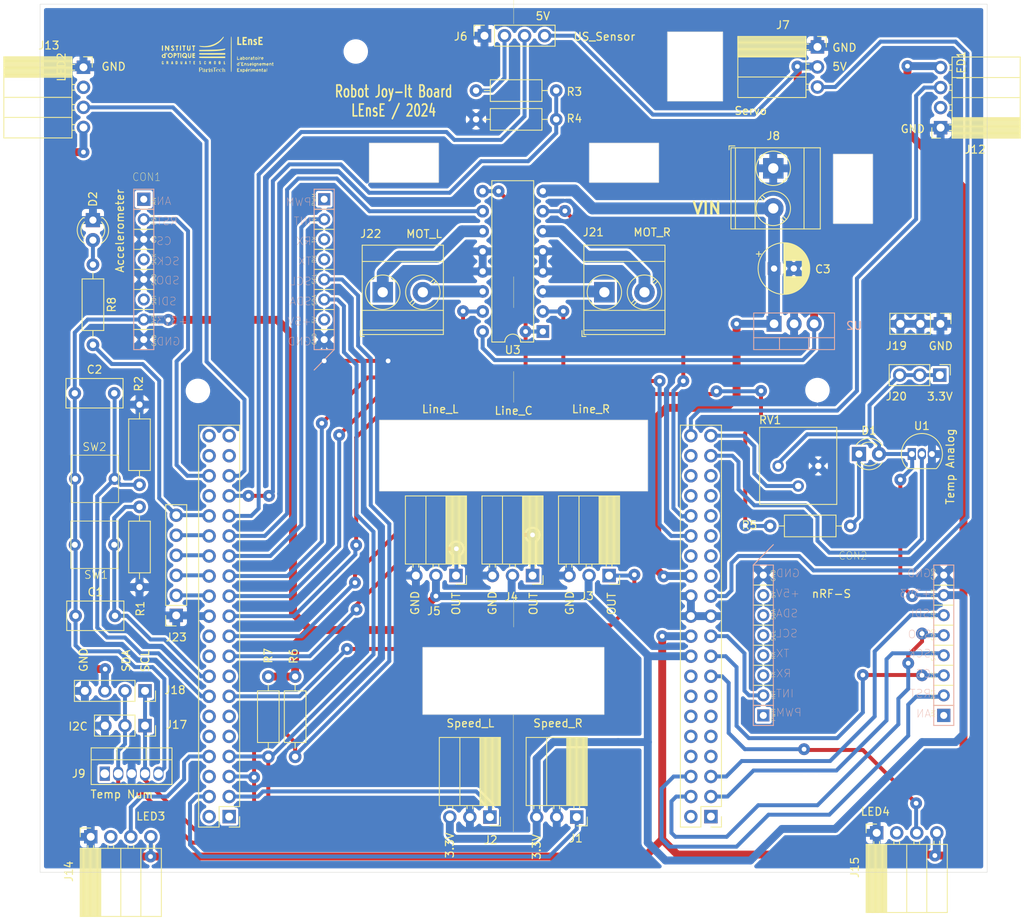
<source format=kicad_pcb>
(kicad_pcb (version 20240108) (generator "pcbnew") (generator_version "8.0")
  (layers (0 "F.Cu" signal) (31 "B.Cu" signal) (34 "B.Paste" user) (35 "F.Paste" user) (36 "B.SilkS" user "B.Silkscreen") (37 "F.SilkS" user "F.Silkscreen") (38 "B.Mask" user) (39 "F.Mask" user) (44 "Edge.Cuts" user))
  (net 0 "")
  (net 1 "GND")
  (net 2 "SW1_OUT")
  (net 3 "SW2_OUT")
  (net 4 "VIN")
  (net 5 "5V_NUC")
  (net 6 "nRF_CS")
  (net 9 "nRF_CE")
  (net 10 "nRF_INT")
  (net 14 "3.3V_NUC")
  (net 15 "SCK")
  (net 16 "MISO")
  (net 17 "MOSI")
  (net 18 "ADC_OUT")
  (net 19 "POT_OUT")
  (net 20 "SDA")
  (net 21 "USER_BUTTON")
  (net 22 "SCL")
  (net 23 "LED_OUT")
  (net 25 "Accel_INT")
  (net 26 "Accel_RESET")
  (net 31 "Speed_R")
  (net 32 "Speed_L")
  (net 33 "Line_R")
  (net 34 "Line_C")
  (net 35 "Line_L")
  (net 36 "US_echo")
  (net 37 "US_trig")
  (net 38 "Din_1")
  (net 39 "Din_2")
  (net 40 "Din_4")
  (net 41 "Servo")
  (net 42 "TEMP_OUT")
  (net 47 "Net-(D1-K)")
  (net 56 "MOT_EN")
  (net 57 "MOT_R_2")
  (net 58 "MOT_L_1")
  (net 59 "MOT_L_2")
  (net 60 "MOT_R_1")
  (net 61 "US_echo_in")
  (net 62 "Din_3")
  (net 63 "5V")
  (net 75 "Net-(J11-Pin_26)")
  (net 79 "Net-(J11-Pin_30)")
  (net 85 "Net-(J11-Pin_28)")
  (net 89 "Net-(D2-A)")
  (net 94 "Net-(J21-Pin_1)")
  (net 95 "Net-(J21-Pin_2)")
  (net 96 "Net-(J22-Pin_2)")
  (net 97 "Net-(J22-Pin_1)")
  (net 98 "Net-(J11-Pin_24)")
  (net 102 "LED_OUT2")
  (footprint "Connector_PinHeader_2.54mm:PinHeader_2x20_P2.54mm_Vertical" (layer "F.Cu") (at 208.5 143.44 180)
    (property "Reference" "J10" (hide yes))
    (property "Value" "Morpho_Gauche" (hide yes))
  )
  (footprint "Connector_PinHeader_2.54mm:PinHeader_2x20_P2.54mm_Vertical" (layer "F.Cu") (at 147.460001 143.44 180)
    (property "Reference" "J11" (hide yes))
    (property "Value" "Morpho_Droite" (hide yes))
  )
  (footprint "Connector_PinSocket_2.54mm:PinSocket_1x03_P2.54mm_Horizontal" (layer "F.Cu") (at 195.6 112.9 -90)
    (property "Reference" "J3")
    (property "Value" "Line_R")
  )
  (footprint "Resistor_THT:R_Axial_DIN0207_L6.3mm_D2.5mm_P10.16mm_Horizontal" (layer "F.Cu") (at 188.9 51.45 180)
    (property "Reference" "R3")
    (property "Value" "2.2k")
  )
  (footprint "Resistor_THT:R_Axial_DIN0207_L6.3mm_D2.5mm_P10.16mm_Horizontal" (layer "F.Cu") (at 136.1 101.4 90)
    (property "Reference" "R2")
    (property "Value" "8.2k")
  )
  (footprint "Connector_PinSocket_2.54mm:PinSocket_1x04_P2.54mm_Horizontal" (layer "F.Cu") (at 229.5 145.5 90)
    (property "Reference" "J15")
    (property "Value" "LED_4")
  )
  (footprint "Resistor_THT:R_Axial_DIN0207_L6.3mm_D2.5mm_P10.16mm_Horizontal" (layer "F.Cu") (at 178.74 55.1)
    (property "Reference" "R4")
    (property "Value" "3.3k")
  )
  (footprint "Connector_PinSocket_2.54mm:PinSocket_1x03_P2.54mm_Horizontal" (layer "F.Cu") (at 180.5 143.5 -90)
    (property "Reference" "J2")
    (property "Value" "Speed_L")
  )
  (footprint "Connector_PinSocket_2.54mm:PinSocket_1x04_P2.54mm_Horizontal" (layer "F.Cu") (at 237.6 56.15 180)
    (property "Reference" "J12")
    (property "Value" "LED_1")
  )
  (footprint "LED_THT:LED_D3.0mm_Clear" (layer "F.Cu") (at 227.26 97.5)
    (property "Reference" "D1")
    (property "Value" "LED")
  )
  (footprint "Potentiometer_THT:Potentiometer_Bourns_3386P_Vertical" (layer "F.Cu") (at 217.02 99.015 -90)
    (property "Reference" "RV1")
    (property "Value" "22k")
  )
  (footprint "LEnsE:Switch" (layer "F.Cu") (at 130.4 113.5)
    (property "Reference" "SW1")
    (property "Value" "SW_1")
  )
  (footprint "Package_TO_SOT_THT:TO-92_Inline" (layer "F.Cu") (at 233.96 97.5)
    (property "Reference" "U1")
    (property "Value" "MCP9700-Temp")
  )
  (footprint "Resistor_THT:R_Axial_DIN0207_L6.3mm_D2.5mm_P10.16mm_Horizontal" (layer "F.Cu") (at 152.420001 125.7 -90)
    (property "Reference" "R7")
    (property "Value" "680")
  )
  (footprint "Capacitor_THT:CP_Radial_D6.3mm_P2.50mm" (layer "F.Cu") (at 216.5 74)
    (property "Reference" "C3")
    (property "Value" "C_Polarized")
  )
  (footprint "Resistor_THT:R_Axial_DIN0207_L6.3mm_D2.5mm_P10.16mm_Horizontal" (layer "F.Cu") (at 226.16 106.615 180)
    (property "Reference" "R5")
    (property "Value" "100")
  )
  (footprint "Package_TO_SOT_THT:TO-220-5_Vertical" (layer "F.Cu") (at 131.7 138)
    (property "Reference" "J9")
    (property "Value" "TC74A2-TempI2C" (hide yes))
  )
  (footprint "" (layer "F.Cu") (at 143.5 89.5)
    (property "Reference" "")
    (property "Value" "")
  )
  (footprint "Resistor_THT:R_Axial_DIN0207_L6.3mm_D2.5mm_P10.16mm_Horizontal" (layer "F.Cu") (at 136.1 104.2 -90)
    (property "Reference" "R1")
    (property "Value" "8.2k")
  )
  (footprint "Connector_PinSocket_2.54mm:PinSocket_1x04_P2.54mm_Vertical" (layer "F.Cu") (at 136.8 127.51 -90)
    (property "Reference" "J18")
    (property "Value" "I2C_EXT")
  )
  (footprint "Resistor_THT:R_Axial_DIN0207_L6.3mm_D2.5mm_P10.16mm_Horizontal" (layer "F.Cu") (at 130.2 73.5 -90)
    (property "Reference" "R8")
    (property "Value" "100")
  )
  (footprint "Connector_PinSocket_2.54mm:PinSocket_1x04_P2.54mm_Vertical" (layer "F.Cu") (at 179.81 44.5 90)
    (property "Reference" "J6")
    (property "Value" "US_Sensor")
  )
  (footprint "Connector_PinSocket_2.54mm:PinSocket_1x03_P2.54mm_Vertical" (layer "F.Cu") (at 136.8 131.91 -90)
    (property "Reference" "J17")
    (property "Value" "I2C_Visu")
  )
  (footprint "Capacitor_THT:C_Rect_L7.0mm_W3.5mm_P5.00mm" (layer "F.Cu") (at 128 118)
    (property "Reference" "C1")
    (property "Value" "10nF")
  )
  (footprint "mikroE:MIKROBUS_MODULE_CONN" (layer "F.Cu") (at 136.64 65.22)
    (property "Reference" "CON1")
    (property "Value" "MikroE-Accelero" (hide yes))
  )
  (footprint "Capacitor_THT:C_Rect_L7.0mm_W3.5mm_P5.00mm" (layer "F.Cu") (at 127.9 89.8)
    (property "Reference" "C2")
    (property "Value" "10nF")
  )
  (footprint "Connector_PinSocket_2.54mm:PinSocket_1x06_P2.54mm_Vertical" (layer "F.Cu") (at 140.75 117.95 180)
    (property "Reference" "J23")
    (property "Value" "D_IN_OUT")
  )
  (footprint "mikroE:MIKROBUS_MODULE_CONN" (layer "F.Cu") (at 238 130.62 180)
    (property "Reference" "CON2")
    (property "Value" "MikroE-nRF-S-module" (hide yes))
  )
  (footprint "Connector_PinSocket_2.54mm:PinSocket_1x04_P2.54mm_Horizontal" (layer "F.Cu") (at 129.92 146 90)
    (property "Reference" "J14")
    (property "Value" "LED_3")
  )
  (footprint "TerminalBlock_Phoenix:TerminalBlock_Phoenix_MKDS-3-2-5.08_1x02_P5.08mm_Horizontal" (layer "F.Cu") (at 195 77)
    (property "Reference" "J21")
    (property "Value" "MOT_R")
  )
  (footprint "Package_DIP:DIP-16_W7.62mm" (layer "F.Cu") (at 187.2 81.98 180)
    (property "Reference" "U3")
    (property "Value" "SN754410NE")
  )
  (footprint "Connector_PinSocket_2.54mm:PinSocket_1x03_P2.54mm_Horizontal" (layer "F.Cu") (at 222 45.92)
    (property "Reference" "J7")
    (property "Value" "Servo")
  )
  (footprint "Connector_PinSocket_2.54mm:PinSocket_1x04_P2.54mm_Horizontal" (layer "F.Cu") (at 129 48.5)
    (property "Reference" "J13")
    (property "Value" "LED_2")
  )
  (footprint "Resistor_THT:R_Axial_DIN0207_L6.3mm_D2.5mm_P10.16mm_Horizontal" (layer "F.Cu") (at 155.820001 125.7 -90)
    (property "Reference" "R6")
    (property "Value" "680")
  )
  (footprint "LEnsE:Switch" (layer "F.Cu") (at 130.45 105.15)
    (property "Reference" "SW2")
    (property "Value" "SW_2")
  )
  (footprint "Connector_PinHeader_2.54mm:PinHeader_1x03_P2.54mm_Vertical" (layer "F.Cu") (at 237.58 81 -90)
    (property "Reference" "J19")
    (property "Value" "GND_reg")
  )
  (footprint "TerminalBlock_Phoenix:TerminalBlock_Phoenix_MKDS-3-2-5.08_1x02_P5.08mm_Horizontal" (layer "F.Cu") (at 216.4 61.3 -90)
    (property "Reference" "J8")
    (property "Value" "BAT_IN")
  )
  (footprint "MountingHole:MountingHole_2.2mm_M2" (layer "F.Cu") (at 222 89.4)
    (property "Reference" "REF**" (hide yes))
    (property "Value" "MountingHole_2.2mm_M2")
  )
  (footprint "Connector_PinHeader_2.54mm:PinHeader_1x03_P2.54mm_Vertical" (layer "F.Cu") (at 237.5 87.5 -90)
    (property "Reference" "J20")
    (property "Value" "3.3V_reg")
  )
  (footprint "LED_THT:LED_D3.0mm_Clear" (layer "F.Cu") (at 130.2 67.86 -90)
    (property "Reference" "D2")
    (property "Value" "LED")
  )
  (footprint "MountingHole:MountingHole_2.2mm_M2" (layer "F.Cu") (at 221.15 139.5)
    (property "Reference" "REF**" (hide yes))
    (property "Value" "MountingHole_2.2mm_M2")
  )
  (footprint "Connector_PinSocket_2.54mm:PinSocket_1x03_P2.54mm_Horizontal" (layer "F.Cu") (at 176.2 112.9 -90)
    (property "Reference" "J5")
    (property "Value" "Line_L")
  )
  (footprint "" (layer "F.Cu") (at 163.5 46.5)
    (property "Reference" "")
    (property "Value" "")
  )
  (footprint "Connector_PinSocket_2.54mm:PinSocket_1x03_P2.54mm_Horizontal" (layer "F.Cu") (at 191.5 143.5 -90)
    (property "Reference" "J1")
    (property "Value" "Speed_R")
  )
  (footprint "TerminalBlock_Phoenix:TerminalBlock_Phoenix_MKDS-3-2-5.08_1x02_P5.08mm_Horizontal" (layer "F.Cu") (at 166.92 77)
    (property "Reference" "J22")
    (property "Value" "MOT_L")
  )
  (footprint "LEnsE:Logo_Small" (layer "F.Cu") (at 146.021679 46.645746)
    (property "Reference" "G***" (hide yes))
    (property "Value" "LOGO" (hide yes))
  )
  (footprint "Connector_PinSocket_2.54mm:PinSocket_1x03_P2.54mm_Horizontal" (layer "F.Cu") (at 185.9 112.9 -90)
    (property "Reference" "J4")
    (property "Value" "Line_C")
  )
  (footprint "Package_TO_SOT_THT:TO-220-3_Vertical" (layer "B.Cu") (at 216.5 81)
    (property "Reference" "U2")
    (property "Value" "LM7805_TO220")
  )
  (gr_line (start 183.5 78.9625) (end 183.5 75.0375) (stroke (width 0.05)) (layer "F.SilkS"))
  (gr_line (start 183.5 90.9625) (end 183.5 87.0375) (stroke (width 0.05)) (layer "F.SilkS"))
  (gr_line (start 183.5 119.425) (end 183.5 115.5) (stroke (width 0.05)) (layer "F.SilkS"))
  (gr_line (start 183.475 145.35) (end 183.475 130.5) (stroke (width 0.05)) (layer "F.SilkS"))
  (gr_line (start 183.5 43) (end 183.5 40) (stroke (width 0.05)) (layer "F.SilkS"))
  (gr_rect (start 123.5 40.5) (end 243.5 150.5) (stroke (width 0.05)) (fill none) (layer "Edge.Cuts"))
  (gr_rect (start 224 59.5) (end 229 68.3) (stroke (width 0.05)) (fill none) (layer "Edge.Cuts"))
  (gr_rect (start 193.1 58.1) (end 201.9 63.1) (stroke (width 0.05)) (fill none) (layer "Edge.Cuts"))
  (gr_rect (start 203 44) (end 210 52.8) (stroke (width 0.05)) (fill none) (layer "Edge.Cuts"))
  (gr_rect (start 166.5 93.2) (end 200.5 102.2) (stroke (width 0.05)) (fill none) (layer "Edge.Cuts"))
  (gr_rect (start 171.975 122) (end 194.975 130.5) (stroke (width 0.05)) (fill none) (layer "Edge.Cuts"))
  (gr_rect (start 165.2 58.1) (end 174 63.1) (stroke (width 0.05)) (fill none) (layer "Edge.Cuts"))
  (gr_text "GND" (at 131.2 49 0) (layer "F.SilkS") (effects (font (size 1 1)) (justify left bottom)))
  (gr_text "OUT" (at 176.8 118 90) (layer "F.SilkS") (effects (font (size 1 1)) (justify left bottom)))
  (gr_text "SCL" (at 137.4 125.2 90) (layer "F.SilkS") (effects (font (size 1 1)) (justify left bottom)))
  (gr_text "GND" (at 129.6 125.2 90) (layer "F.SilkS") (effects (font (size 1 1)) (justify left bottom)))
  (gr_text "LED2" (at 126.8 50.4 90) (layer "F.SilkS") (effects (font (size 1 1)) (justify left bottom)))
  (gr_text "US_Sensor" (at 191 45.2 0) (layer "F.SilkS") (effects (font (size 1 1)) (justify left bottom)))
  (gr_text "VIN" (at 206 67.25 0) (layer "F.SilkS") (effects (font (size 1.5 1.5) (thickness 0.3) (bold yes)) (justify left bottom)))
  (gr_text "GND" (at 191.2 118 90) (layer "F.SilkS") (effects (font (size 1 1)) (justify left bottom)))
  (gr_text "3.3V" (at 235.8 90.8 0) (layer "F.SilkS") (effects (font (size 1 1)) (justify left bottom)))
  (gr_text "5V" (at 223.8 49 0) (layer "F.SilkS") (effects (font (size 1 1)) (justify left bottom)))
  (gr_text "LED4" (at 227.4 143.4 0) (layer "F.SilkS") (effects (font (size 1 1)) (justify left bottom)))
  (gr_text "Speed_R" (at 185.9 132.2 0) (layer "F.SilkS") (effects (font (size 1 1)) (justify left bottom)))
  (gr_text "LED1" (at 240.8 50.2 90) (layer "F.SilkS") (effects (font (size 1 1)) (justify left bottom)))
  (gr_text "Accelerometer" (at 134.2 74.6 90) (layer "F.SilkS") (effects (font (size 1 1)) (justify left bottom)))
  (gr_text "Speed_L" (at 174.9 132.2 0) (layer "F.SilkS") (effects (font (size 1 1)) (justify left bottom)))
  (gr_text "3.3V" (at 176 148.8 90) (layer "F.SilkS") (effects (font (size 1 1)) (justify left bottom)))
  (gr_text "GND" (at 171.6 118 90) (layer "F.SilkS") (effects (font (size 1 1)) (justify left bottom)))
  (gr_text "I2C" (at 127 132.6 0) (layer "F.SilkS") (effects (font (size 1 1)) (justify left bottom)))
  (gr_text "Line_R" (at 190.8 92.4 0) (layer "F.SilkS") (effects (font (size 1 1)) (justify left bottom)))
  (gr_text "GND" (at 181.4 118 90) (layer "F.SilkS") (effects (font (size 1 1)) (justify left bottom)))
  (gr_text "Temp Num" (at 129.8 141.2 0) (layer "F.SilkS") (effects (font (size 1 1)) (justify left bottom)))
  (gr_text "SDA" (at 135 125.2 90) (layer "F.SilkS") (effects (font (size 1 1)) (justify left bottom)))
  (gr_text "MOT_L" (at 169.8 70.2 0) (layer "F.SilkS") (effects (font (size 1 1)) (justify left bottom)))
  (gr_text "Line_C" (at 181 92.6 0) (layer "F.SilkS") (effects (font (size 1 1)) (justify left bottom)))
  (gr_text "nRF-S" (at 221.2 115.8 0) (layer "F.SilkS") (effects (font (size 1 1)) (justify left bottom)))
  (gr_text "GND" (at 236 84.4 0) (layer "F.SilkS") (effects (font (size 1 1)) (justify left bottom)))
  (gr_text "Servo" (at 211.4 54.6 0) (layer "F.SilkS") (effects (font (size 1 1)) (justify left bottom)))
  (gr_text "OUT" (at 196.5 118 90) (layer "F.SilkS") (effects (font (size 1 1)) (justify left bottom)))
  (gr_text "GND" (at 232.45 56.9 0) (layer "F.SilkS") (effects (font (size 1 1)) (justify left bottom)))
  (gr_text "5V" (at 186.2 42.6 0) (layer "F.SilkS") (effects (font (size 1 1)) (justify left bottom)))
  (gr_text "GND" (at 223.8 46.6 0) (layer "F.SilkS") (effects (font (size 1 1)) (justify left bottom)))
  (gr_text "Temp Analog" (at 239.4 104 90) (layer "F.SilkS") (effects (font (size 1 1)) (justify left bottom)))
  (gr_text "Line_L" (at 171.8 92.4 0) (layer "F.SilkS") (effects (font (size 1 1)) (justify left bottom)))
  (gr_text "3.3V" (at 187 149 90) (layer "F.SilkS") (effects (font (size 1 1)) (justify left bottom)))
  (gr_text "MOT_R" (at 198.6 70 0) (layer "F.SilkS") (effects (font (size 1 1)) (justify left bottom)))
  (gr_text "LED3" (at 135.6 144 0) (layer "F.SilkS") (effects (font (size 1 1)) (justify left bottom)))
  (gr_text "OUT" (at 186.6 118 90) (layer "F.SilkS") (effects (font (size 1 1)) (justify left bottom)))
  (gr_text "Robot Joy-It Board\nLEnsE / 2024" (at 168.3 54.85 0) (layer "F.SilkS") (effects (font (size 1.5 1) (thickness 0.2)) (justify bottom)))
  (segment (start 167.6 85.7) (end 159.5 85.7) (width 0.5) (layer "F.Cu") (net 1))
  (via (at 159.5 85.7) (size 1.5) (drill 0.6) (layers "F.Cu" "B.Cu") (net 1))
  (via (at 167.6 85.7) (size 1.5) (drill 0.6) (layers "F.Cu" "B.Cu") (net 1))
  (segment (start 170.84 74.36) (end 179.58 74.36) (width 0.5) (layer "B.Cu") (net 1))
  (segment (start 167.6 83.4) (end 169.7 81.3) (width 0.5) (layer "B.Cu") (net 1))
  (segment (start 169.7 81.3) (end 169.7 75.5) (width 0.5) (layer "B.Cu") (net 1))
  (segment (start 169.7 75.5) (end 170.84 74.36) (width 0.5) (layer "B.Cu") (net 1))
  (segment (start 167.6 85.7) (end 167.6 83.4) (width 0.5) (layer "B.Cu") (net 1))
  (segment (start 159.5 85.7) (end 159.5 83) (width 0.5) (layer "B.Cu") (net 1))
  (segment (start 137.5 121) (end 134.5 118) (width 0.5) (layer "B.Cu") (net 2))
  (segment (start 132.9 117.9) (end 132.9 109) (width 0.5) (layer "B.Cu") (net 2))
  (segment (start 143.91 125.66) (end 139.25 121) (width 0.5) (layer "B.Cu") (net 2))
  (segment (start 133 118) (end 132.9 117.9) (width 0.5) (layer "B.Cu") (net 2))
  (segment (start 134.5 118) (end 133 118) (width 0.5) (layer "B.Cu") (net 2))
  (segment (start 136.28 104.02) (end 136.1 104.2) (width 0.5) (layer "B.Cu") (net 2))
  (segment (start 132.9 105.6) (end 132.9 109) (width 0.5) (layer "B.Cu") (net 2))
  (segment (start 134.3 104.2) (end 132.9 105.6) (width 0.5) (layer "B.Cu") (net 2))
  (segment (start 144.920001 125.66) (end 143.91 125.66) (width 0.5) (layer "B.Cu") (net 2))
  (segment (start 136.1 104.2) (end 134.3 104.2) (width 0.5) (layer "B.Cu") (net 2))
  (segment (start 139.25 121) (end 137.5 121) (width 0.5) (layer "B.Cu") (net 2))
  (segment (start 138.5 122.75) (end 136.25 122.75) (width 0.5) (layer "B.Cu") (net 3))
  (segment (start 134.25 120.75) (end 132 120.75) (width 0.5) (layer "B.Cu") (net 3))
  (segment (start 144.920001 128.2) (end 143.95 128.2) (width 0.5) (layer "B.Cu") (net 3))
  (segment (start 130.75 119.5) (end 130.75 102.85) (width 0.5) (layer "B.Cu") (net 3))
  (segment (start 130.75 102.85) (end 132.95 100.65) (width 0.5) (layer "B.Cu") (net 3))
  (segment (start 132.95 100.65) (end 132.95 89.85) (width 0.5) (layer "B.Cu") (net 3))
  (segment (start 132.95 89.85) (end 132.9 89.8) (width 0.5) (layer "B.Cu") (net 3))
  (segment (start 143.95 128.2) (end 138.5 122.75) (width 0.5) (layer "B.Cu") (net 3))
  (segment (start 136.1 101.4) (end 133.7 101.4) (width 0.5) (layer "B.Cu") (net 3))
  (segment (start 133.7 101.4) (end 132.95 100.65) (width 0.5) (layer "B.Cu") (net 3))
  (segment (start 132 120.75) (end 130.75 119.5) (width 0.5) (layer "B.Cu") (net 3))
  (segment (start 136.25 122.75) (end 134.25 120.75) (width 0.5) (layer "B.Cu") (net 3))
  (segment (start 201.7 92.8) (end 202.85 91.65) (width 1) (layer "F.Cu") (net 4))
  (segment (start 202.5 113) (end 201.7 112.2) (width 1) (layer "F.Cu") (net 4))
  (segment (start 201.7 112.2) (end 201.7 92.8) (width 1) (layer "F.Cu") (net 4))
  (segment (start 202.85 91.65) (end 210.45 91.65) (width 1) (layer "F.Cu") (net 4))
  (segment (start 210.45 91.65) (end 211.75 90.35) (width 1) (layer "F.Cu") (net 4))
  (segment (start 211.75 90.35) (end 211.75 81) (width 1) (layer "F.Cu") (net 4))
  (via (at 211.75 81) (size 1.5) (drill 0.6) (layers "F.Cu" "B.Cu") (net 4))
  (via (at 202.5 113) (size 1.5) (drill 0.6) (layers "F.Cu" "B.Cu") (net 4))
  (segment (start 191.2 64.1) (end 193.48 66.38) (width 1.5) (layer "B.Cu") (net 4))
  (segment (start 187.3 64.1) (end 191.2 64.1) (width 1.5) (layer "B.Cu") (net 4))
  (segment (start 187.2 64.2) (end 187.3 64.1) (width 1.5) (layer "B.Cu") (net 4))
  (segment (start 216.5 66.48) (end 216.4 66.38) (width 1.5) (layer "B.Cu") (net 4))
  (segment (start 202.54 112.96) (end 202.5 113) (width 1) (layer "B.Cu") (net 4))
  (segment (start 187.3 64.3) (end 187.2 64.2) (width 1.5) (layer "B.Cu") (net 4))
  (segment (start 193.48 66.38) (end 216.4 66.38) (width 1.5) (layer "B.Cu") (net 4))
  (segment (start 205.96 112.96) (end 202.54 112.96) (width 1) (layer "B.Cu") (net 4))
  (segment (start 216.5 81) (end 216.5 74) (width 1.5) (layer "B.Cu") (net 4))
  (segment (start 211.75 81) (end 216.5 81) (width 1) (layer "B.Cu") (net 4))
  (segment (start 216.5 74) (end 216.5 66.48) (width 1.5) (layer "B.Cu") (net 4))
  (segment (start 236.875 148.375) (end 236.75 148.25) (width 1) (layer "F.Cu") (net 5))
  (segment (start 126 60.75) (end 127.5 59.25) (width 1) (layer "F.Cu") (net 5))
  (segment (start 126.125 124.75) (end 126 124.625) (width 1) (layer "F.Cu") (net 5))
  (segment (start 126.125 124.75) (end 126 124.875) (width 1) (layer "F.Cu") (net 5))
  (segment (start 204.25 148.25) (end 202.33 146.33) (width 1) (layer "F.Cu") (net 5))
  (segment (start 200.16 148.5) (end 202.33 146.33) (width 1) (layer "F.Cu") (net 5))
  (segment (start 233.4 48.35) (end 233.4 56.65) (width 1) (layer "F.Cu") (net 5))
  (segment (start 137.5 148.5) (end 200.16 148.5) (width 1) (layer "F.Cu") (net 5))
  (segment (start 127.5 59.25) (end 129 59.25) (width 1) (layer "F.Cu") (net 5))
  (segment (start 240.5 63.75) (end 240.5 147) (width 1) (layer "F.Cu") (net 5))
  (segment (start 126 124.625) (end 126 60.75) (width 1) (layer "F.Cu") (net 5))
  (segment (start 233.4 56.65) (end 240.5 63.75) (width 1) (layer "F.Cu") (net 5))
  (segment (start 236.75 148.25) (end 204.25 148.25) (width 1) (layer "F.Cu") (net 5))
  (segment (start 239.125 148.375) (end 236.875 148.375) (width 1) (layer "F.Cu") (net 5))
  (segment (start 126 147.5) (end 127 148.5) (width 1) (layer "F.Cu") (net 5))
  (segment (start 131.75 124.75) (end 126.125 124.75) (width 1) (layer "F.Cu") (net 5))
  (segment (start 240.5 147) (end 239.125 148.375) (width 1) (layer "F.Cu") (net 5))
  (segment (start 127 148.5) (end 137.5 148.5) (width 1) (layer "F.Cu") (net 5))
  (segment (start 202.33 146.33) (end 202.33 120.58) (width 1) (layer "F.Cu") (net 5))
  (segment (start 126 124.875) (end 126 147.5) (width 1) (layer "F.Cu") (net 5))
  (via (at 233.4 48.35) (size 1.5) (drill 0.6) (layers "F.Cu" "B.Cu") (net 5))
  (via (at 236.875 148.375) (size 1.5) (drill 0.6) (layers "F.Cu" "B.Cu") (net 5))
  (via (at 137.5 148.5) (size 1.5) (drill 0.6) (layers "F.Cu" "B.Cu") (net 5))
  (via (at 129 59.25) (size 1.5) (drill 0.6) (layers "F.Cu" "B.Cu") (net 5))
  (via (at 202.33 120.58) (size 1.5) (drill 0.6) (layers "F.Cu" "B.Cu") (net 5))
  (via (at 131.75 124.75) (size 1.5) (drill 0.6) (layers "F.Cu" "B.Cu") (net 5))
  (segment (start 131.72 127.51) (end 131.72 124.78) (width 1) (layer "B.Cu") (net 5))
  (segment (start 236.875 148.375) (end 237.12 148.13) (width 1) (layer "B.Cu") (net 5))
  (segment (start 233.4 48.35) (end 237.42 48.35) (width 1) (layer "B.Cu") (net 5))
  (segment (start 202.25 120.5) (end 202.33 120.58) (width 1) (layer "B.Cu") (net 5))
  (segment (start 129 59.25) (end 129 56.12) (width 1) (layer "B.Cu") (net 5))
  (segment (start 137.54 146) (end 137.54 148.46) (width 0.5) (layer "B.Cu") (net 5))
  (segment (start 137.54 148.46) (end 137.5 148.5) (width 0.5) (layer "B.Cu") (net 5))
  (segment (start 205.96 120.58) (end 202.33 120.58) (width 1) (layer "B.Cu") (net 5))
  (segment (start 131.72 124.78) (end 131.75 124.75) (width 1) (layer "B.Cu") (net 5))
  (segment (start 131.5 127.9) (end 131.54 127.86) (width 0.5) (layer "B.Cu") (net 5))
  (segment (start 237.12 148.13) (end 237.12 145.5) (width 1) (layer "B.Cu") (net 5))
  (segment (start 237.42 48.35) (end 237.6 48.53) (width 1) (layer "B.Cu") (net 5))
  (segment (start 235.21 125.5) (end 235.25 125.54) (width 0.5) (layer "F.Cu") (net 6))
  (segment (start 227.75 125.5) (end 235.21 125.5) (width 0.5) (layer "F.Cu") (net 6))
  (via (at 235.25 125.54) (size 1.5) (drill 0.6) (layers "F.Cu" "B.Cu") (net 6))
  (via (at 227.75 125.5) (size 1.5) (drill 0.6) (layers "F.Cu" "B.Cu") (net 6))
  (segment (start 224.5 133.5) (end 213.3 133.5) (width 0.5) (layer "B.Cu") (net 6))
  (segment (start 227.75 130.25) (end 224.5 133.5) (width 0.5) (layer "B.Cu") (net 6))
  (segment (start 211.75 124.5) (end 210.37 123.12) (width 0.5) (layer "B.Cu") (net 6))
  (segment (start 210.37 123.12) (end 208.5 123.12) (width 0.5) (layer "B.Cu") (net 6))
  (segment (start 235.25 125.54) (end 238 125.54) (width 0.5) (layer "B.Cu") (net 6))
  (segment (start 211.75 131.95) (end 211.75 124.5) (width 0.5) (layer "B.Cu") (net 6))
  (segment (start 213.3 133.5) (end 211.75 131.95) (width 0.5) (layer "B.Cu") (net 6))
  (segment (start 227.75 125.5) (end 227.75 130.25) (width 0.5) (layer "B.Cu") (net 6))
  (segment (start 215.8 143.2) (end 223.5 143.2) (width 0.5) (layer "B.Cu") (net 9))
  (segment (start 205.96 138.36) (end 203.78 138.36) (width 0.5) (layer "B.Cu") (net 9))
  (segment (start 223.5 143.2) (end 233.5 133.2) (width 0.5) (layer "B.Cu") (net 9))
  (segment (start 202.25 146.25) (end 203.25 147.25) (width 0.5) (layer "B.Cu") (net 9))
  (segment (start 203.78 138.36) (end 202.25 139.89) (width 0.5) (layer "B.Cu") (net 9))
  (segment (start 237.83 128.25) (end 238 128.08) (width 0.5) (layer "B.Cu") (net 9))
  (segment (start 234.5 128.25) (end 237.83 128.25) (width 0.5) (layer "B.Cu") (net 9))
  (segment (start 233.5 133.2) (end 233.5 129.25) (width 0.5) (layer "B.Cu") (net 9))
  (segment (start 211.75 147.25) (end 215.8 143.2) (width 0.5) (layer "B.Cu") (net 9))
  (segment (start 203.25 147.25) (end 211.75 147.25) (width 0.5) (layer "B.Cu") (net 9))
  (segment (start 233.5 129.25) (end 234.5 128.25) (width 0.5) (layer "B.Cu") (net 9))
  (segment (start 202.25 139.89) (end 202.25 146.25) (width 0.5) (layer "B.Cu") (net 9))
  (segment (start 210.58 120.58) (end 212.75 122.75) (width 0.5) (layer "B.Cu") (net 10))
  (segment (start 212.75 122.75) (end 212.75 127.5) (width 0.5) (layer "B.Cu") (net 10))
  (segment (start 213.33 128.08) (end 215.14 128.08) (width 0.5) (layer "B.Cu") (net 10))
  (segment (start 208.5 120.58) (end 210.58 120.58) (width 0.5) (layer "B.Cu") (net 10))
  (segment (start 212.75 127.5) (end 213.33 128.08) (width 0.5) (layer "B.Cu") (net 10))
  (segment (start 157.6 119.7) (end 157.6 119.8) (width 1) (layer "F.Cu") (net 14))
  (segment (start 157.7 119.8) (end 169.36 119.8) (width 1) (layer "F.Cu") (net 14))
  (segment (start 232.5 114) (end 234 115.5) (width 0.5) (layer "F.Cu") (net 14))
  (segment (start 155.55 82.5) (end 155.55 117.65) (width 1) (layer "F.Cu") (net 14))
  (segment (start 155.7 117.8) (end 157.6 119.7) (width 1) (layer "F.Cu") (net 14))
  (segment (start 232.5 100.75) (end 232.5 114) (width 0.5) (layer "F.Cu") (net 14))
  (segment (start 155.820001 125.7) (end 152.420001 125.7) (width 1) (layer "F.Cu") (net 14))
  (segment (start 169.36 119.8) (end 173.66 115.5) (width 1) (layer "F.Cu") (net 14))
  (segment (start 139.75 80.5) (end 153.55 80.5) (width 1) (layer "F.Cu") (net 14))
  (segment (start 155.7 117.8) (end 157.7 119.8) (width 1) (layer "F.Cu") (net 14))
  (segment (start 155.820001 121.579999) (end 155.820001 125.7) (width 1) (layer "F.Cu") (net 14))
  (segment (start 157.6 119.8) (end 155.820001 121.579999) (width 1) (layer "F.Cu") (net 14))
  (segment (start 155.55 117.65) (end 155.7 117.8) (width 1) (layer "F.Cu") (net 14))
  (segment (start 153.55 80.5) (end 155.55 82.5) (width 1) (layer "F.Cu") (net 14))
  (via (at 139.75 80.5) (size 1.5) (drill 0.6) (layers "F.Cu" "B.Cu") (net 14))
  (via (at 232.5 100.75) (size 1.5) (drill 0.6) (layers "F.Cu" "B.Cu") (net 14))
  (via (at 234 115.5) (size 1.5) (drill 0.6) (layers "F.Cu" "B.Cu") (net 14))
  (via (at 173.66 115.5) (size 1.5) (drill 0.6) (layers "F.Cu" "B.Cu") (net 14))
  (segment (start 200.5 146.75) (end 202.75 149) (width 1) (layer "B.Cu") (net 14))
  (segment (start 183.25 115.5) (end 173.66 115.5) (width 1) (layer "B.Cu") (net 14))
  (segment (start 127.9 100.6) (end 127.95 100.65) (width 0.5) (layer "B.Cu") (net 14))
  (segment (start 234 97.54) (end 233.96 97.5) (width 0.5) (layer "B.Cu") (net 14))
  (segment (start 234.96 87.5) (end 237.5 87.5) (width 0.5) (layer "B.Cu") (net 14))
  (segment (start 127.95 108.95) (end 127.9 109) (width 0.5) (layer "B.Cu") (net 14))
  (segment (start 173.66 115.5) (end 173.66 112.9) (width 1) (layer "B.Cu") (net 14))
  (segment (start 129.54 80.46) (end 136.64 80.46) (width 0.5) (layer "B.Cu") (net 14))
  (segment (start 186.42 143.5) (end 186.42 136.08) (width 1) (layer "B.Cu") (net 14))
  (segment (start 200.5 123.24) (end 200.62 123.12) (width 1) (layer "B.Cu") (net 14))
  (segment (start 232.5 100.75) (end 234 99.25) (width 0.5) (layer "B.Cu") (net 14))
  (segment (start 217.5 145) (end 224.25 145) (width 1) (layer "B.Cu") (net 14))
  (segment (start 228.6 91.32) (end 228.6 95) (width 0.5) (layer "B.Cu") (net 14))
  (segment (start 136.64 80.46) (end 139.71 80.46) (width 1) (layer "B.Cu") (net 14))
  (segment (start 196.75 134) (end 200.5 134) (width 1) (layer "B.Cu") (net 14))
  (segment (start 193 112.96) (end 193 115.5) (width 1) (layer "B.Cu") (net 14))
  (segment (start 127.9 82.1) (end 129.54 80.46) (width 0.5) (layer "B.Cu") (net 14))
  (segment (start 128 119) (end 128 109.1) (width 0.5) (layer "B.Cu") (net 14))
  (segment (start 238 115.38) (end 234.12 115.38) (width 0.5) (layer "B.Cu") (net 14))
  (segment (start 175.42 145.67) (end 176 146.25) (width 1) (layer "B.Cu") (net 14))
  (segment (start 139.25 126) (end 139.25 137.25) (width 0.5) (layer "B.Cu") (net 14))
  (segment (start 200.62 123.12) (end 205.96 123.12) (width 1) (layer "B.Cu") (net 14))
  (segment (start 232.42 87.5) (end 228.6 91.32) (width 0.5) (layer "B.Cu") (net 14))
  (segment (start 220.7 95) (end 228.6 95) (width 0.5) (layer "B.Cu") (net 14))
  (segment (start 240.5 133) (end 240.5 115.75) (width 1) (layer "B.Cu") (net 14))
  (segment (start 229.8 97.5) (end 233.96 97.5) (width 0.5) (layer "B.Cu") (net 14))
  (segment (start 200.5 134) (end 200.5 123.24) (width 1) (layer "B.Cu") (net 14))
  (segment (start 137.75 124.5) (end 139.25 126) (width 0.5) (layer "B.Cu") (net 14))
  (segment (start 240.5 115.75) (end 240.13 115.38) (width 1) (layer "B.Cu") (net 14))
  (segment (start 128.75 122.5) (end 133.5 122.5) (width 0.5) (layer "B.Cu") (net 14))
  (segment (start 240.13 115.38) (end 238 115.38) (width 1) (layer "B.Cu") (net 14))
  (segment (start 234.12 115.38) (end 234 115.5) (width 0.5) (layer "B.Cu") (net 14))
  (segment (start 139.25 137.25) (end 138.5 138) (width 0.5) (layer "B.Cu") (net 14))
  (segment (start 175.42 143.5) (end 175.42 145.67) (width 1) (layer "B.Cu") (net 14))
  (segment (start 127.9 89.8) (end 127.9 100.6) (width 0.5) (layer "B.Cu") (net 14))
  (segment (start 183.25 115.5) (end 183.25 113.01) (width 1) (layer "B.Cu") (net 14))
  (segment (start 128 119) (end 128 121.75) (width 0.5) (layer "B.Cu") (net 14))
  (segment (start 193.06 112.9) (end 193 112.96) (width 1) (layer "B.Cu") (net 14))
  (segment (start 193 115.5) (end 200.62 123.12) (width 1) (layer "B.Cu") (net 14))
  (segment (start 186.42 136.08) (end 188.5 134) (width 1) (layer "B.Cu") (net 14))
  (segment (start 229.8 96.2) (end 229.8 97.5) (width 0.5) (layer "B.Cu") (net 14))
  (segment (start 228.6 95) (end 229.8 96.2) (width 0.5) (layer "B.Cu") (net 14))
  (segment (start 186 146.25) (end 186.42 145.83) (width 1) (layer "B.Cu") (net 14))
  (segment (start 217.02 98.68) (end 220.7 95) (width 0.5) (layer "B.Cu") (net 14))
  (segment (start 128 109.1) (end 127.9 109) (width 0.5) (layer "B.Cu") (net 14))
  (segment (start 202.75 149) (end 213.5 149) (width 1) (layer "B.Cu") (net 14))
  (segment (start 232.42 87.5) (end 234.96 87.5) (width 0.5) (layer "B.Cu") (net 14))
  (segment (start 217.02 99.015) (end 217.02 98.68) (width 0.5) (layer "B.Cu") (net 14))
  (segment (start 128 121.75) (end 128.75 122.5) (width 0.5) (layer "B.Cu") (net 14))
  (segment (start 176 146.25) (end 186 146.25) (width 1) (layer "B.Cu") (net 14))
  (segment (start 127.95 100.65) (end 127.95 108.95) (width 0.5) (layer "B.Cu") (net 14))
  (segment (start 188.5 134) (end 196.75 134) (width 1) (layer "B.Cu") (net 14))
  (segment (start 239.5 134) (end 240.5 133) (width 1) (layer "B.Cu") (net 14))
  (segment (start 133.5 122.5) (end 135.5 124.5) (width 0.5) (layer "B.Cu") (net 14))
  (segment (start 193 115.5) (end 183.25 115.5) (width 1) (layer "B.Cu") (net 14))
  (segment (start 213.5 149) (end 217.5 145) (width 1) (layer "B.Cu") (net 14))
  (segment (start 186.42 145.83) (end 186.42 143.5) (width 1) (layer "B.Cu") (net 14))
  (segment (start 139.71 80.46) (end 139.75 80.5) (width 0.5) (layer "B.Cu") (net 14))
  (segment (start 234 99.25) (end 234 97.54) (width 0.5) (layer "B.Cu") (net 14))
  (segment (start 224.25 145) (end 235.25 134) (width 1) (layer "B.Cu") (net 14))
  (segment (start 200.5 134) (end 200.5 146.75) (width 1) (layer "B.Cu") (net 14))
  (segment (start 127.9 89.8) (end 127.9 82.1) (width 0.5) (layer "B.Cu") (net 14))
  (segment (start 183.25 113.01) (end 183.36 112.9) (width 1) (layer "B.Cu") (net 14))
  (segment (start 135.5 124.5) (end 137.75 124.5) (width 0.5) (layer "B.Cu") (net 14))
  (segment (start 235.25 134) (end 239.5 134) (width 1) (layer "B.Cu") (net 14))
  (segment (start 230.75 131.25) (end 230.75 123.5) (width 0.5) (layer "B.Cu") (net 15))
  (segment (start 210.6 140.9) (end 213.9 137.6) (width 0.5) (layer "B.Cu") (net 15))
  (segment (start 230.75 123.5) (end 231.5 122.75) (width 0.5) (layer "B.Cu") (net 15))
  (segment (start 208.5 140.9) (end 210.6 140.9) (width 0.5) (layer "B.Cu") (net 15))
  (segment (start 237.75 122.75) (end 238 123) (width 0.5) (layer "B.Cu") (net 15))
  (segment (start 231.5 122.75) (end 237.75 122.75) (width 0.5) (layer "B.Cu") (net 15))
  (segment (start 213.9 137.6) (end 224.4 137.6) (width 0.5) (layer "B.Cu") (net 15))
  (segment (start 224.4 137.6) (end 230.75 131.25) (width 0.5) (layer "B.Cu") (net 15))
  (segment (start 233.5 123) (end 235.25 121.25) (width 0.5) (layer "F.Cu") (net 16))
  (segment (start 235.25 121.25) (end 235.25 120.25) (width 0.5) (layer "F.Cu") (net 16))
  (segment (start 233.5 124) (end 233.5 123) (width 0.5) (layer "F.Cu") (net 16))
  (via (at 235.25 120.25) (size 1.5) (drill 0.6) (layers "F.Cu" "B.Cu") (net 16))
  (via (at 233.5 124) (size 1.5) (drill 0.6) (layers "F.Cu" "B.Cu") (net 16))
  (via (at 235.25 120.25) (size 1.5) (drill 0.6) (layers "F.Cu" "B.Cu") (net 16))
  (segment (start 235.46 120.46) (end 238 120.46) (width 0.5) (layer "B.Cu") (net 16))
  (segment (start 203.5 141.5) (end 204.1 140.9) (width 0.5) (layer "B.Cu") (net 16))
  (segment (start 233.5 124) (end 233.5 127.25) (width 0.5) (layer "B.Cu") (net 16))
  (segment (start 203.5 145.5) (end 203.5 141.5) (width 0.5) (layer "B.Cu") (net 16))
  (segment (start 235.25 120.25) (end 235.46 120.46) (width 0.5) (layer "B.Cu") (net 16))
  (segment (start 232.25 131.75) (end 222 142) (width 0.5) (layer "B.Cu") (net 16))
  (segment (start 222 142) (end 214.5 142) (width 0.5) (layer "B.Cu") (net 16))
  (segment (start 210.5 146) (end 204 146) (width 0.5) (layer "B.Cu") (net 16))
  (segment (start 232.25 128.5) (end 232.25 131.75) (width 0.5) (layer "B.Cu") (net 16))
  (segment (start 204.1 140.9) (end 205.96 140.9) (width 0.5) (layer "B.Cu") (net 16))
  (segment (start 233.5 127.25) (end 232.25 128.5) (width 0.5) (layer "B.Cu") (net 16))
  (segment (start 214.5 142) (end 210.5 146) (width 0.5) (layer "B.Cu") (net 16))
  (segment (start 204 146) (end 203.5 145.5) (width 0.5) (layer "B.Cu") (net 16))
  (segment (start 229.25 122.5) (end 233.83 117.92) (width 0.5) (layer "B.Cu") (net 17))
  (segment (start 223.6 136.4) (end 229.25 130.75) (width 0.5) (layer "B.Cu") (net 17))
  (segment (start 212.4 136.4) (end 223.6 136.4) (width 0.5) (layer "B.Cu") (net 17))
  (segment (start 229.25 130.75) (end 229.25 122.5) (width 0.5) (layer "B.Cu") (net 17))
  (segment (start 208.5 138.36) (end 210.44 138.36) (width 0.5) (layer "B.Cu") (net 17))
  (segment (start 233.83 117.92) (end 238 117.92) (width 0.5) (layer "B.Cu") (net 17))
  (segment (start 210.44 138.36) (end 212.4 136.4) (width 0.5) (layer "B.Cu") (net 17))
  (segment (start 219.56 101.555) (end 215.555 101.555) (width 0.5) (layer "B.Cu") (net 19))
  (segment (start 214 100) (end 214 96.5) (width 0.5) (layer "B.Cu") (net 19))
  (segment (start 219.5 101.615) (end 219.56 101.555) (width 0.5) (layer "B.Cu") (net 19))
  (segment (start 215.555 101.555) (end 214 100) (width 0.5) (layer "B.Cu") (net 19))
  (segment (start 212.68 95.18) (end 208.5 95.18) (width 0.5) (layer "B.Cu") (net 19))
  (segment (start 214 96.5) (end 212.68 95.18) (width 0.5) (layer "B.Cu") (net 19))
  (segment (start 133.4 138) (end 133.4 139.4) (width 0.5) (layer "F.Cu") (net 20))
  (segment (start 136.5 140.5) (end 142.75 146.75) (width 0.5) (layer "F.Cu") (net 20))
  (segment (start 142.75 146.75) (end 150.75 146.75) (width 0.5) (layer "F.Cu") (net 20))
  (segment (start 152.420001 145.079999) (end 152.420001 135.86) (width 0.5) (layer "F.Cu") (net 20))
  (segment (start 150.75 146.75) (end 152.420001 145.079999) (width 0.5) (layer "F.Cu") (net 20))
  (segment (start 133.4 139.4) (end 134.5 140.5) (width 0.5) (layer "F.Cu") (net 20))
  (segment (start 134.5 140.5) (end 136.5 140.5) (width 0.5) (layer "F.Cu") (net 20))
  (segment (start 165.75 122.89) (end 152.78 135.86) (width 0.5) (layer "B.Cu") (net 20))
  (segment (start 134.2 127.45) (end 134.26 127.51) (width 0.5) (layer "B.Cu") (net 20))
  (segment (start 147.460001 135.82) (end 152.380001 135.82) (width 0.5) (layer "B.Cu") (net 20))
  (segment (start 163.6 86.2) (end 163.6 105.2) (width 0.5) (layer "B.Cu") (net 20))
  (segment (start 163.6 105.2) (end 165.75 107.35) (width 0.5) (layer "B.Cu") (net 20))
  (segment (start 159.5 77.92) (end 161.17 77.92) (width 0.5) (layer "B.Cu") (net 20))
  (segment (start 152.78 135.86) (end 152.420001 135.86) (width 0.5) (layer "B.Cu") (net 20))
  (segment (start 152.380001 135.82) (end 152.420001 135.86) (width 0.5) (layer "B.Cu") (net 20))
  (segment (start 134.26 131.91) (end 134.26 127.51) (width 0.5) (layer "B.Cu") (net 20))
  (segment (start 161.17 77.92) (end 162 78.75) (width 0.5) (layer "B.Cu") (net 20))
  (segment (start 133.4 138) (end 133.4 135.11) (width 0.5) (layer "B.Cu") (net 20))
  (segment (start 133.4 135.11) (end 134.26 134.25) (width 0.5) (layer "B.Cu") (net 20))
  (segment (start 134.08 132) (end 134.04 132.04) (width 0.5) (layer "B.Cu") (net 20))
  (segment (start 165.75 107.35) (end 165.75 122.89) (width 0.5) (layer "B.Cu") (net 20))
  (segment (start 162 84.6) (end 163.6 86.2) (width 0.5) (layer "B.Cu") (net 20))
  (segment (start 162 78.75) (end 162 84.6) (width 0.5) (layer "B.Cu") (net 20))
  (segment (start 134.26 134.25) (end 134.26 131.91) (width 0.5) (layer "B.Cu") (net 20))
  (segment (start 150.620001 134.129999) (end 151.75 133) (width 0.5) (layer "F.Cu") (net 22))
  (segment (start 154.75 133) (end 155.820001 134.070001) (width 0.5) (layer "F.Cu") (net 22))
  (segment (start 150.620001 138.46) (end 150.620001 134.129999) (width 0.5) (layer "F.Cu") (net 22))
  (segment (start 149.990002 145.5) (end 150.620001 144.870001) (width 0.5) (layer "F.Cu") (net 22))
  (segment (start 151.75 133) (end 154.75 133) (width 0.5) (layer "F.Cu") (net 22))
  (segment (start 136.8 138) (end 136.8 138.8) (width 0.5) (layer "F.Cu") (net 22))
  (segment (start 155.820001 134.070001) (end 155.820001 135.86) (width 0.5) (layer "F.Cu") (net 22))
  (segment (start 136.8 138.8) (end 143.5 145.5) (width 0.5) (layer "F.Cu") (net 22))
  (segment (start 143.5 145.5) (end 149.990002 145.5) (width 0.5) (layer "F.Cu") (net 22))
  (segment (start 150.620001 144.870001) (end 150.620001 138.46) (width 0.5) (layer "F.Cu") (net 22))
  (via (at 150.620001 138.46) (size 1.5) (drill 0.6) (layers "F.Cu" "B.Cu") (net 22))
  (segment (start 136.8 131.91) (end 136.8 137.865) (width 0.5) (layer "B.Cu") (net 22))
  (segment (start 147.460001 138.36) (end 150.520001 138.36) (width 0.5) (layer "B.Cu") (net 22))
  (segment (start 136.7 127.41) (end 136.8 127.51) (width 0.5) (layer "B.Cu") (net 22))
  (segment (start 136.8 131.91) (end 136.8 127.51) (width 0.5) (layer "B.Cu") (net 22))
  (segment (start 150.520001 138.36) (end 150.620001 138.46) (width 0.5) (layer "B.Cu") (net 22))
  (segment (start 165.4 104) (end 167.75 106.35) (width 0.5) (layer "B.Cu") (net 22))
  (segment (start 155.820001 135.679999) (end 155.820001 135.86) (width 0.5) (layer "B.Cu") (net 22))
  (segment (start 163.8 77.425) (end 163.8 83.8) (width 0.5) (layer "B.Cu") (net 22))
  (segment (start 167.75 123.75) (end 155.820001 135.679999) (width 0.5) (layer "B.Cu") (net 22))
  (segment (start 163.8 83.8) (end 165.4 85.4) (width 0.5) (layer "B.Cu") (net 22))
  (segment (start 167.75 106.35) (end 167.75 123.75) (width 0.5) (layer "B.Cu") (net 22))
  (segment (start 159.5 75.38) (end 161.755 75.38) (width 0.5) (layer "B.Cu") (net 22))
  (segment (start 165.4 85.4) (end 165.4 104) (width 0.5) (layer "B.Cu") (net 22))
  (segment (start 161.755 75.38) (end 163.8 77.425) (width 0.5) (layer "B.Cu") (net 22))
  (segment (start 214.85 92.85) (end 214.85 89.5) (width 0.5) (layer "F.Cu") (net 23))
  (segment (start 212.85 94.85) (end 214.85 92.85) (width 0.5) (layer "F.Cu") (net 23))
  (segment (start 212.85 106.55) (end 212.85 94.85) (width 0.5) (layer "F.Cu") (net 23))
  (segment (start 163.55 109.05) (end 163.55 95.4) (width 0.5) (layer "F.Cu") (net 23))
  (segment (start 208.85 89.9) (end 209.2 89.55) (width 0.5) (layer "F.Cu") (net 23))
  (segment (start 194 91.4) (end 195.5 89.9) (width 0.5) (layer "F.Cu") (net 23))
  (segment (start 163.55 95.4) (end 167.55 91.4) (width 0.5) (layer "F.Cu") (net 23))
  (segment (start 167.55 91.4) (end 194 91.4) (width 0.5) (layer "F.Cu") (net 23))
  (segment (start 195.5 89.9) (end 208.85 89.9) (width 0.5) (layer "F.Cu") (net 23))
  (via (at 163.55 109.05) (size 1.5) (drill 0.6) (layers "F.Cu" "B.Cu") (net 23))
  (via (at 212.85 106.55) (size 1.5) (drill 0.6) (layers "F.Cu" "B.Cu") (net 23))
  (via (at 214.85 89.5) (size 1.5) (drill 0.6) (layers "F.Cu" "B.Cu") (net 23))
  (via (at 209.2 89.55) (size 1.5) (drill 0.6) (layers "F.Cu" "B.Cu") (net 23))
  (segment (start 214.8 89.55) (end 214.85 89.5) (width 0.5) (layer "B.Cu") (net 23))
  (segment (start 147.460001 118.04) (end 155.66 118.04) (width 0.5) (layer "B.Cu") (net 23))
  (segment (start 147.500001 118) (end 147.460001 118.04) (width 0.5) (layer "B.Cu") (net 23))
  (segment (start 163.45 110.25) (end 163.45 109.05) (width 0.5) (layer "B.Cu") (net 23))
  (segment (start 212.915 106.615) (end 212.85 106.55) (width 0.5) (layer "B.Cu") (net 23))
  (segment (start 216 106.615) (end 212.915 106.615) (width 0.5) (layer "B.Cu") (net 23))
  (segment (start 163.45 109.05) (end 163.55 109.05) (width 0.5) (layer "B.Cu") (net 23))
  (segment (start 209.2 89.55) (end 214.8 89.55) (width 0.5) (layer "B.Cu") (net 23))
  (segment (start 155.66 118.04) (end 160.9 112.8) (width 0.5) (layer "B.Cu") (net 23))
  (segment (start 160.9 112.8) (end 163.45 110.25) (width 0.5) (layer "B.Cu") (net 23))
  (segment (start 156.6 106.5) (end 152.68 110.42) (width 0.5) (layer "B.Cu") (net 25))
  (segment (start 152.68 110.42) (end 147.460001 110.42) (width 0.5) (layer "B.Cu") (net 25))
  (segment (start 157.64 67.76) (end 156.6 68.8) (width 0.5) (layer "B.Cu") (net 25))
  (segment (start 159.5 67.76) (end 157.64 67.76) (width 0.5) (layer "B.Cu") (net 25))
  (segment (start 156.6 68.8) (end 156.6 106.5) (width 0.5) (layer "B.Cu") (net 25))
  (segment (start 140.75 67.75) (end 140.74 67.76) (width 0.5) (layer "B.Cu") (net 26))
  (segment (start 142.16 100.26) (end 140.8 98.9) (width 0.5) (layer "B.Cu") (net 26))
  (segment (start 140.8 85.75) (end 142.25 84.3) (width 0.5) (layer "B.Cu") (net 26))
  (segment (start 142.25 84.3) (end 142.25 69.25) (width 0.5) (layer "B.Cu") (net 26))
  (segment (start 144.920001 100.26) (end 142.16 100.26) (width 0.5) (layer "B.Cu") (net 26))
  (segment (start 140.8 98.9) (end 140.8 85.75) (width 0.5) (layer "B.Cu") (net 26))
  (segment (start 140.74 67.76) (end 136.64 67.76) (width 0.5) (layer "B.Cu") (net 26))
  (segment (start 142.25 69.25) (end 140.75 67.75) (width 0.5) (layer "B.Cu") (net 26))
  (segment (start 142.5 141.75) (end 143.35 140.9) (width 0.5) (layer "B.Cu") (net 31))
  (segment (start 142.5 147) (end 142.5 141.75) (width 0.5) (layer "B.Cu") (net 31))
  (segment (start 144 148.5) (end 142.5 147) (width 0.5) (layer "B.Cu") (net 31))
  (segment (start 188 148.5) (end 144 148.5) (width 0.5) (layer "B.Cu") (net 31))
  (segment (start 191.5 143.5) (end 191.5 145) (width 0.5) (layer "B.Cu") (net 31))
  (segment (start 191.5 145) (end 188 148.5) (width 0.5) (layer "B.Cu") (net 31))
  (segment (start 143.35 140.9) (end 144.920001 140.9) (width 0.5) (layer "B.Cu") (net 31))
  (segment (start 151.1 140.9) (end 151.75 140.25) (width 0.5) (layer "B.Cu") (net 32))
  (segment (start 151.75 140.25) (end 178.75 140.25) (width 0.5) (layer "B.Cu") (net 32))
  (segment (start 147.460001 140.9) (end 151.1 140.9) (width 0.5) (layer "B.Cu") (net 32))
  (segment (start 180.5 142) (end 180.5 143.5) (width 0.5) (layer "B.Cu") (net 32))
  (segment (start 178.75 140.25) (end 180.5 142) (width 0.5) (layer "B.Cu") (net 32))
  (segment (start 198.8 116.2) (end 195.8 119.2) (width 0.5) (layer "F.Cu") (net 33))
  (segment (start 170.8 122.2) (end 162.4 122.2) (width 0.5) (layer "F.Cu") (net 33))
  (segment (start 198.8 112.8) (end 198.8 116.2) (width 0.5) (layer "F.Cu") (net 33))
  (segment (start 195.8 119.2) (end 173.8 119.2) (width 0.5) (layer "F.Cu") (net 33))
  (segment (start 173.8 119.2) (end 170.8 122.2) (width 0.5) (layer "F.Cu") (net 33))
  (via (at 198.8 112.8) (size 1.5) (drill 0.6) (layers "F.Cu" "B.Cu") (net 33))
  (via (at 162.4 122.2) (size 1.5) (drill 0.6) (layers "F.Cu" "B.Cu") (net 33))
  (segment (start 156.4 128.2) (end 162.4 122.2) (width 0.5) (layer "B.Cu") (net 33))
  (segment (start 147.460001 128.2) (end 156.4 128.2) (width 0.5) (layer "B.Cu") (net 33))
  (segment (start 198.7 112.9) (end 198.8 112.8) (width 0.5) (layer "B.Cu") (net 33))
  (segment (start 195.6 112.9) (end 198.7 112.9) (width 0.5) (layer "B.Cu") (net 33))
  (segment (start 163.4 113.8) (end 163.4 112.8) (width 0.5) (layer "F.Cu") (net 34))
  (segment (start 168.45 107.75) (end 185.9 107.75) (width 0.5) (layer "F.Cu") (net 34))
  (segment (start 163.4 112.8) (end 168.45 107.75) (width 0.5) (layer "F.Cu") (net 34))
  (via (at 163.4 113.8) (size 1.5) (drill 0.6) (layers "F.Cu" "B.Cu") (net 34))
  (via (at 185.9 107.75) (size 1.5) (drill 0.6) (layers "F.Cu" "B.Cu") (net 34))
  (segment (start 156.62 120.58) (end 147.460001 120.58) (width 0.5) (layer "B.Cu") (net 34))
  (segment (start 163.4 113.8) (end 156.62 120.58) (width 0.5) (layer "B.Cu") (net 34))
  (segment (start 185.9 107.75) (end 185.9 112.9) (width 0.5) (layer "B.Cu") (net 34))
  (segment (start 170.7 109.5) (end 176.25 109.5) (width 0.5) (layer "F.Cu") (net 35))
  (segment (start 163.6 116.6) (end 170.7 109.5) (width 0.5) (layer "F.Cu") (net 35))
  (segment (start 163.6 117.2) (end 163.6 116.6) (width 0.5) (layer "F.Cu") (net 35))
  (via (at 163.6 117.2) (size 1.5) (drill 0.6) (layers "F.Cu" "B.Cu") (net 35))
  (via (at 176.25 109.5) (size 1.5) (drill 0.6) (layers "F.Cu" "B.Cu") (net 35))
  (segment (start 163.6 117.2) (end 157.68 123.12) (width 0.5) (layer "B.Cu") (net 35))
  (segment (start 176.25 109.5) (end 176.25 112.85) (width 0.5) (layer "B.Cu") (net 35))
  (segment (start 157.68 123.12) (end 147.460001 123.12) (width 0.5) (layer "B.Cu") (net 35))
  (segment (start 176.25 112.85) (end 176.2 112.9) (width 0.5) (layer "B.Cu") (net 35))
  (segment (start 180.75 51.45) (end 182.35 49.85) (width 0.5) (layer "B.Cu") (net 36))
  (segment (start 178.74 51.45) (end 180.75 51.45) (width 0.5) (layer "B.Cu") (net 36))
  (segment (start 182.35 49.85) (end 182.35 44.5) (width 0.5) (layer "B.Cu") (net 36))
  (segment (start 150.26 105.34) (end 147.460001 105.34) (width 0.5) (layer "B.Cu") (net 37))
  (segment (start 156.6 56.7) (end 151.2 62.1) (width 0.5) (layer "B.Cu") (net 37))
  (segment (start 151.2 62.1) (end 151.2 104.4) (width 0.5) (layer "B.Cu") (net 37))
  (segment (start 176 57.7) (end 175 56.7) (width 0.5) (layer "B.Cu") (net 37))
  (segment (start 175 56.7) (end 156.6 56.7) (width 0.5) (layer "B.Cu") (net 37))
  (segment (start 181.9 57.7) (end 176 57.7) (width 0.5) (layer "B.Cu") (net 37))
  (segment (start 184.89 54.71) (end 181.9 57.7) (width 0.5) (layer "B.Cu") (net 37))
  (segment (start 151.2 104.4) (end 150.26 105.34) (width 0.5) (layer "B.Cu") (net 37))
  (segment (start 184.89 44.5) (end 184.89 54.71) (width 0.5) (layer "B.Cu") (net 37))
  (segment (start 224.5 92) (end 227 89.5) (width 0.5) (layer "B.Cu") (net 38))
  (segment (start 227 75.25) (end 234.5 67.75) (width 0.5) (layer "B.Cu") (net 38))
  (segment (start 227 89.5) (end 227 75.25) (width 0.5) (layer "B.Cu") (net 38))
  (segment (start 205.96 95.18) (end 205.96 93.04) (width 0.5) (layer "B.Cu") (net 38))
  (segment (start 234.5 52.1) (end 235.53 51.07) (width 0.5) (layer "B.Cu") (net 38))
  (segment (start 207 92) (end 224.5 92) (width 0.5) (layer "B.Cu") (net 38))
  (segment (start 235.53 51.07) (end 237.6 51.07) (width 0.5) (layer "B.Cu") (net 38))
  (segment (start 205.96 93.04) (end 207 92) (width 0.5) (layer "B.Cu") (net 38))
  (segment (start 234.5 67.75) (end 234.5 52.1) (width 0.5) (layer "B.Cu") (net 38))
  (segment (start 147.460001 100.26) (end 148.74 100.26) (width 0.5) (layer "B.Cu") (net 39))
  (segment (start 144.6 57.85) (end 140.33 53.58) (width 0.5) (layer "B.Cu") (net 39))
  (segment (start 149.4 99.6) (end 149.4 90.6) (width 0.5) (layer "B.Cu") (net 39))
  (segment (start 144.6 85.8) (end 144.6 57.85) (width 0.5) (layer "B.Cu") (net 39))
  (segment (start 149.4 90.6) (end 144.6 85.8) (width 0.5) (layer "B.Cu") (net 39))
  (segment (start 140.33 53.58) (end 129 53.58) (width 0.5) (layer "B.Cu") (net 39))
  (segment (start 148.74 100.26) (end 149.4 99.6) (width 0.5) (layer "B.Cu") (net 39))
  (segment (start 220.4 135) (end 227.75 135) (width 0.5) (layer "F.Cu") (net 40))
  (segment (start 227.75 135) (end 234.5 141.75) (width 0.5) (layer "F.Cu") (net 40))
  (segment (start 220.3 134.9) (end 220.4 135) (width 0.5) (layer "F.Cu") (net 40))
  (via (at 234.5 141.75) (size 1.5) (drill 0.6) (layers "F.Cu" "B.Cu") (net 40))
  (via (at 220.3 134.9) (size 1.5) (drill 0.6) (layers "F.Cu" "B.Cu") (net 40))
  (segment (start 220.3 134.9) (end 212.8 134.9) (width 0.5) (layer "B.Cu") (net 40))
  (segment (start 234.5 141.75) (end 234.5 145.42) (width 0.5) (layer "B.Cu") (net 40))
  (segment (start 210.75 132.85) (end 210.75 126.5) (width 0.5) (layer "B.Cu") (net 40))
  (segment (start 234.5 145.42) (end 234.58 145.5) (width 0.5) (layer "B.Cu") (net 40))
  (segment (start 210.75 126.5) (end 209.91 125.66) (width 0.5) (layer "B.Cu") (net 40))
  (segment (start 209.91 125.66) (end 208.5 125.66) (width 0.5) (layer "B.Cu") (net 40))
  (segment (start 212.8 134.9) (end 210.75 132.85) (width 0.5) (layer "B.Cu") (net 40))
  (segment (start 241 46.75) (end 239.5 45.25) (width 0.5) (layer "B.Cu") (net 41))
  (segment (start 211.1 114.8) (end 211.1 111.32) (width 0.5) (layer "B.Cu") (net 41))
  (segment (start 224.25 51) (end 222 51) (width 0.5) (layer "B.Cu") (net 41))
  (segment (start 230 45.25) (end 224.25 51) (width 0.5) (layer "B.Cu") (net 41))
  (segment (start 211.1 111.32) (end 212 110.42) (width 0.5) (layer "B.Cu") (net 41))
  (segment (start 219.67 110.42) (end 221.5 112.25) (width 0.5) (layer "B.Cu") (net 41))
  (segment (start 208.5 115.5) (end 210.4 115.5) (width 0.5) (layer "B.Cu") (net 41))
  (segment (start 221.5 112.25) (end 234.25 112.25) (width 0.5) (layer "B.Cu") (net 41))
  (segment (start 241 105.5) (end 241 46.75) (width 0.5) (layer "B.Cu") (net 41))
  (segment (start 239.5 45.25) (end 230 45.25) (width 0.5) (layer "B.Cu") (net 41))
  (segment (start 234.25 112.25) (end 241 105.5) (width 0.5) (layer "B.Cu") (net 41))
  (segment (start 212 110.42) (end 219.67 110.42) (width 0.5) (layer "B.Cu") (net 41))
  (segment (start 210.4 115.5) (end 211.1 114.8) (width 0.5) (layer "B.Cu") (net 41))
  (segment (start 214 104) (end 220.5 104) (width 0.5) (layer "B.Cu") (net 42))
  (segment (start 235.23 108.27) (end 235.23 97.5) (width 0.5) (layer "B.Cu") (net 42))
  (segment (start 222 108.5) (end 223.5 110) (width 0.5) (layer "B.Cu") (net 42))
  (segment (start 212 98.5) (end 212 102) (width 0.5) (layer "B.Cu") (net 42))
  (segment (start 208.5 97.72) (end 211.22 97.72) (width 0.5) (layer "B.Cu") (net 42))
  (segment (start 212 102) (end 214 104) (width 0.5) (layer "B.Cu") (net 42))
  (segment (start 233.5 110) (end 235.23 108.27) (width 0.5) (layer "B.Cu") (net 42))
  (segment (start 222 105.5) (end 222 108.5) (width 0.5) (layer "B.Cu") (net 42))
  (segment (start 220.5 104) (end 222 105.5) (width 0.5) (layer "B.Cu") (net 42))
  (segment (start 223.5 110) (end 233.5 110) (width 0.5) (layer "B.Cu") (net 42))
  (segment (start 211.22 97.72) (end 212 98.5) (width 0.5) (layer "B.Cu") (net 42))
  (segment (start 227.26 105.515) (end 226.16 106.615) (width 0.5) (layer "B.Cu") (net 47))
  (segment (start 227.26 97.5) (end 227.52 97.76) (width 0.5) (layer "B.Cu") (net 47))
  (segment (start 227.26 97.5) (end 227.26 105.515) (width 0.5) (layer "B.Cu") (net 47))
  (segment (start 185.02 87.23) (end 185.02 81.98) (width 0.5) (layer "F.Cu") (net 56))
  (segment (start 182.5 89.75) (end 185.02 87.23) (width 0.5) (layer "F.Cu") (net 56))
  (segment (start 166.75 89.75) (end 182.5 89.75) (width 0.5) (layer "F.Cu") (net 56))
  (segment (start 185.02 81.98) (end 185.02 67.62) (width 0.5) (layer "F.Cu") (net 56))
  (segment (start 161.4 95.1) (end 166.75 89.75) (width 0.5) (layer "F.Cu") (net 56))
  (segment (start 185.02 67.62) (end 181.6 64.2) (width 0.5) (layer "F.Cu") (net 56))
  (via (at 161.4 95.1) (size 1.5) (drill 0.6) (layers "F.Cu" "B.Cu") (net 56))
  (via (at 185.02 81.98) (size 1.5) (drill 0.6) (layers "F.Cu" "B.Cu") (net 56))
  (via (at 181.6 64.2) (size 1.5) (drill 0.6) (layers "F.Cu" "B.Cu") (net 56))
  (segment (start 185 82) (end 185.02 81.98) (width 0.5) (layer "B.Cu") (net 56))
  (segment (start 161.4 95.1) (end 161.4 109.2) (width 0.5) (layer "B.Cu") (net 56))
  (segment (start 155.1 115.5) (end 147.460001 115.5) (width 0.5) (layer "B.Cu") (net 56))
  (segment (start 179.58 64.2) (end 181.6 64.2) (width 0.5) (layer "B.Cu") (net 56))
  (segment (start 187.2 81.98) (end 185.02 81.98) (width 0.5) (layer "B.Cu") (net 56))
  (segment (start 161.4 109.2) (end 155.1 115.5) (width 0.5) (layer "B.Cu") (net 56))
  (segment (start 205 70.5) (end 204 69.5) (width 0.5) (layer "F.Cu") (net 57))
  (segment (start 192.8 69.5) (end 190 66.7) (width 0.5) (layer "F.Cu") (net 57))
  (segment (start 190 66.7) (end 189.6 66.3) (width 0.5) (layer "F.Cu") (net 57))
  (segment (start 205 88.25) (end 205 70.5) (width 0.5) (layer "F.Cu") (net 57))
  (segment (start 204 69.5) (end 192.8 69.5) (width 0.5) (layer "F.Cu") (net 57))
  (via (at 205 88.25) (size 1.5) (drill 0.6) (layers "F.Cu" "B.Cu") (net 57))
  (via (at 190 66.7) (size 1.5) (drill 0.6) (layers "F.Cu" "B.Cu") (net 57))
  (via (at 190 66.7) (size 1.5) (drill 0.6) (layers "F.Cu" "B.Cu") (net 57))
  (segment (start 205.08 105.4) (end 205.14 105.34) (width 0.5) (layer "B.Cu") (net 57))
  (segment (start 187.2 66.74) (end 189.96 66.74) (width 0.5) (layer "B.Cu") (net 57))
  (segment (start 203.75 104.35) (end 204.8 105.4) (width 0.5) (layer "B.Cu") (net 57))
  (segment (start 189.96 66.74) (end 190 66.7) (width 0.5) (layer "B.Cu") (net 57))
  (segment (start 204.8 105.4) (end 205.08 105.4) (width 0.5) (layer "B.Cu") (net 57))
  (segment (start 205 88.25) (end 203.75 89.5) (width 0.5) (layer "B.Cu") (net 57))
  (segment (start 203.75 89.5) (end 203.75 104.35) (width 0.5) (layer "B.Cu") (net 57))
  (segment (start 205.14 105.34) (end 205.96 105.34) (width 0.5) (layer "B.Cu") (net 57))
  (segment (start 156.2 62.6) (end 161.1 62.6) (width 0.5) (layer "B.Cu") (net 58))
  (segment (start 151.97 107.88) (end 154.8 105.05) (width 0.5) (layer "B.Cu") (net 58))
  (segment (start 154.8 64) (end 156.2 62.6) (width 0.5) (layer "B.Cu") (net 58))
  (segment (start 165.24 66.74) (end 179.58 66.74) (width 0.5) (layer "B.Cu") (net 58))
  (segment (start 154.8 105.05) (end 154.8 64) (width 0.5) (layer "B.Cu") (net 58))
  (segment (start 161.1 62.6) (end 165.24 66.74) (width 0.5) (layer "B.Cu") (net 58))
  (segment (start 147.460001 107.88) (end 151.97 107.88) (width 0.5) (layer "B.Cu") (net 58))
  (segment (start 175.2 87.8) (end 177.1 85.9) (width 0.5) (layer "F.Cu") (net 59))
  (segment (start 165 87.8) (end 175.2 87.8) (width 0.5) (layer "F.Cu") (net 59))
  (segment (start 177.1 85.9) (end 177.1 79.4) (width 0.5) (layer "F.Cu") (net 59))
  (segment (start 177.1 79.4) (end 177 79.3) (width 0.5) (layer "F.Cu") (net 59))
  (segment (start 159.2 93.6) (end 165 87.8) (width 0.5) (layer "F.Cu") (net 59))
  (via (at 177.1 79.4) (size 1.5) (drill 0.6) (layers "F.Cu" "B.Cu") (net 59))
  (via (at 159.2 93.6) (size 1.5) (drill 0.6) (layers "F.Cu" "B.Cu") (net 59))
  (segment (start 159.2 93.6) (end 159.2 108.6) (width 0.5) (layer "B.Cu") (net 59))
  (segment (start 177.14 79.44) (end 177.1 79.4) (width 0.5) (layer "B.Cu") (net 59))
  (segment (start 154.84 112.96) (end 147.460001 112.96) (width 0.5) (layer "B.Cu") (net 59))
  (segment (start 179.58 79.44) (end 177.14 79.44) (width 0.5) (layer "B.Cu") (net 59))
  (segment (start 159.2 108.6) (end 154.84 112.96) (width 0.5) (layer "B.Cu") (net 59))
  (segment (start 189.8 87.3) (end 189.8 79.4) (width 0.5) (layer "F.Cu") (net 60))
  (segment (start 202 88.25) (end 190.75 88.25) (width 0.5) (layer "F.Cu") (net 60))
  (segment (start 190.75 88.25) (end 189.8 87.3) (width 0.5) (layer "F.Cu") (net 60))
  (via (at 189.8 79.4) (size 1.5) (drill 0.6) (layers "F.Cu" "B.Cu") (net 60))
  (via (at 202 88.25) (size 1.5) (drill 0.6) (layers "F.Cu" "B.Cu") (net 60))
  (segment (start 203.48 107.88) (end 205.96 107.88) (width 0.5) (layer "B.Cu") (net 60))
  (segment (start 189.76 79.44) (end 189.8 79.4) (width 0.5) (layer "B.Cu") (net 60))
  (segment (start 187.2 79.44) (end 189.76 79.44) (width 0.5) (layer "B.Cu") (net 60))
  (segment (start 202 106.4) (end 203.48 107.88) (width 0.5) (layer "B.Cu") (net 60))
  (segment (start 202 88.25) (end 202 106.4) (width 0.5) (layer "B.Cu") (net 60))
  (segment (start 149.9 102.8) (end 152.5 102.8) (width 0.5) (layer "F.Cu") (net 61))
  (via (at 149.9 102.8) (size 1.5) (drill 0.6) (layers "F.Cu" "B.Cu") (net 61))
  (via (at 152.5 102.8) (size 1.5) (drill 0.6) (layers "F.Cu" "B.Cu") (net 61))
  (segment (start 161.6 60.8) (end 165.2 64.4) (width 0.5) (layer "B.Cu") (net 61))
  (segment (start 152.5 102.8) (end 153 102.3) (width 0.5) (layer "B.Cu") (net 61))
  (segment (start 188.9 56.85) (end 188.9 55.1) (width 0.5) (layer "B.Cu") (net 61))
  (segment (start 175.4 64.4) (end 179.4 60.4) (width 0.5) (layer "B.Cu") (net 61))
  (segment (start 147.460001 102.8) (end 149.8 102.8) (width 0.5) (layer "B.Cu") (net 61))
  (segment (start 185.35 60.4) (end 188.9 56.85) (width 0.5) (layer "B.Cu") (net 61))
  (segment (start 155.1 60.8) (end 161.6 60.8) (width 0.5) (layer "B.Cu") (net 61))
  (segment (start 153 102.3) (end 153 62.9) (width 0.5) (layer "B.Cu") (net 61))
  (segment (start 188.9 51.45) (end 188.9 55.1) (width 0.5) (layer "B.Cu") (net 61))
  (segment (start 153 62.9) (end 155.1 60.8) (width 0.5) (layer "B.Cu") (net 61))
  (segment (start 149.8 102.8) (end 149.9 102.8) (width 0.5) (layer "B.Cu") (net 61))
  (segment (start 165.2 64.4) (end 175.4 64.4) (width 0.5) (layer "B.Cu") (net 61))
  (segment (start 179.4 60.4) (end 185.35 60.4) (width 0.5) (layer "B.Cu") (net 61))
  (segment (start 139.6 140.9) (end 141.75 138.75) (width 0.5) (layer "B.Cu") (net 62))
  (segment (start 136.35 140.9) (end 139.6 140.9) (width 0.5) (layer "B.Cu") (net 62))
  (segment (start 141.75 136.5) (end 142.43 135.82) (width 0.5) (layer "B.Cu") (net 62))
  (segment (start 135 142.25) (end 136.35 140.9) (width 0.5) (layer "B.Cu") (net 62))
  (segment (start 135 146) (end 135 142.25) (width 0.5) (layer "B.Cu") (net 62))
  (segment (start 141.75 138.75) (end 141.75 136.5) (width 0.5) (layer "B.Cu") (net 62))
  (segment (start 142.43 135.82) (end 144.920001 135.82) (width 0.5) (layer "B.Cu") (net 62))
  (segment (start 221.58 67.83) (end 221.58 81) (width 1) (layer "F.Cu") (net 63))
  (segment (start 219.5 48.45) (end 219.5 65.75) (width 1) (layer "F.Cu") (net 63))
  (segment (start 219.5 65.75) (end 221.58 67.83) (width 1) (layer "F.Cu") (net 63))
  (segment (start 219.45 48.4) (end 219.5 48.45) (width 1) (layer "F.Cu") (net 63))
  (via (at 219.45 48.4) (size 1.5) (drill 0.6) (layers "F.Cu" "B.Cu") (net 63))
  (segment (start 179.58 81.98) (end 179.36 82.2) (width 1) (layer "B.Cu") (net 63))
  (segment (start 219.45 48.4) (end 221.94 48.4) (width 1) (layer "B.Cu") (net 63))
  (segment (start 181.1 85.6) (end 220.15 85.6) (width 0.5) (layer "B.Cu") (net 63))
  (segment (start 221.94 48.4) (end 222 48.46) (width 0.5) (layer "B.Cu") (net 63))
  (segment (start 213.95 54.5) (end 201.15 54.5) (width 0.5) (layer "B.Cu") (net 63))
  (segment (start 220.15 85.6) (end 221.58 84.17) (width 0.5) (layer "B.Cu") (net 63))
  (segment (start 179.58 84.08) (end 181.1 85.6) (width 0.5) (layer "B.Cu") (net 63))
  (segment (start 201.15 54.5) (end 191.15 44.5) (width 0.5) (layer "B.Cu") (net 63))
  (segment (start 179.58 81.98) (end 179.58 84.08) (width 0.5) (layer "B.Cu") (net 63))
  (segment (start 191.15 44.5) (end 187.43 44.5) (width 0.5) (layer "B.Cu") (net 63))
  (segment (start 219.45 49) (end 213.95 54.5) (width 0.5) (layer "B.Cu") (net 63))
  (segment (start 221.58 84.17) (end 221.58 81) (width 0.5) (layer "B.Cu") (net 63))
  (segment (start 219.45 48.4) (end 219.45 49) (width 0.5) (layer "B.Cu") (net 63))
  (segment (start 140.75 112.87) (end 144.830001 112.87) (width 0.5) (layer "B.Cu") (net 75))
  (segment (start 144.830001 112.87) (end 144.920001 112.96) (width 0.5) (layer "B.Cu") (net 75))
  (segment (start 144.830001 107.79) (end 144.920001 107.88) (width 0.5) (layer "B.Cu") (net 79))
  (segment (start 140.75 107.79) (end 144.830001 107.79) (width 0.5) (layer "B.Cu") (net 79))
  (segment (start 140.75 110.33) (end 144.830001 110.33) (width 0.5) (layer "B.Cu") (net 85))
  (segment (start 144.830001 110.33) (end 144.920001 110.42) (width 0.5) (layer "B.Cu") (net 85))
  (segment (start 130.2 73.5) (end 130.2 70.4) (width 0.5) (layer "B.Cu") (net 89))
  (segment (start 194.9 76.9) (end 195 77) (width 1.5) (layer "B.Cu") (net 94))
  (segment (start 187.2 76.9) (end 194.9 76.9) (width 1.5) (layer "B.Cu") (net 94))
  (segment (start 189.53 69.28) (end 192.75 72.5) (width 1.5) (layer "B.Cu") (net 95))
  (segment (start 192.75 72.5) (end 197.75 72.5) (width 1.5) (layer "B.Cu") (net 95))
  (segment (start 197.75 72.5) (end 200.08 74.83) (width 1.5) (layer "B.Cu") (net 95))
  (segment (start 187.2 69.28) (end 189.53 69.28) (width 1.5) (layer "B.Cu") (net 95))
  (segment (start 200.08 74.83) (end 200.08 77) (width 1.5) (layer "B.Cu") (net 95))
  (segment (start 172.1 76.9) (end 172 77) (width 1.5) (layer "B.Cu") (net 96))
  (segment (start 179.58 76.9) (end 172.1 76.9) (width 1.5) (layer "B.Cu") (net 96))
  (segment (start 176.97 69.28) (end 179.58 69.28) (width 1.5) (layer "B.Cu") (net 97))
  (segment (start 166.92 74.58) (end 169 72.5) (width 1.5) (layer "B.Cu") (net 97))
  (segment (start 169 72.5) (end 173.75 72.5) (width 1.5) (layer "B.Cu") (net 97))
  (segment (start 173.75 72.5) (end 176.97 69.28) (width 1.5) (layer "B.Cu") (net 97))
  (segment (start 166.92 77) (end 166.92 74.58) (width 1.5) (layer "B.Cu") (net 97))
  (segment (start 144.830001 115.41) (end 144.920001 115.5) (width 0.5) (layer "B.Cu") (net 98))
  (segment (start 140.75 115.41) (end 144.830001 115.41) (width 0.5) (layer "B.Cu") (net 98))
  (segment (start 130.2 83.7) (end 132.6 86.1) (width 0.5) (layer "B.Cu") (net 102))
  (segment (start 140.75 105.25) (end 144.830001 105.25) (width 0.5) (layer "B.Cu") (net 102))
  (segment (start 138.6 103.1) (end 140.75 105.25) (width 0.5) (layer "B.Cu") (net 102))
  (segment (start 144.830001 105.25) (end 144.920001 105.34) (width 0.5) (layer "B.Cu") (net 102))
  (segment (start 136.5 86.1) (end 138.6 88.2) (width 0.5) (layer "B.Cu") (net 102))
  (segment (start 130.2 83.66) (end 130.2 83.7) (width 0.5) (layer "B.Cu") (net 102))
  (segment (start 132.6 86.1) (end 136.5 86.1) (width 0.5) (layer "B.Cu") (net 102))
  (segment (start 138.6 88.2) (end 138.6 103.1) (width 0.5) (layer "B.Cu") (net 102))
  (zone (net 1) (net_name "GND") (layer "B.Cu") (connect_pads (clearance 0.3)) (min_thickness 0.508) (fill yes (thermal_gap 0.508) (thermal_bridge_width 1))
    (polygon (pts (xy 243 150) (xy 124 150) (xy 124 41) (xy 243 41)))
  )
)
</source>
